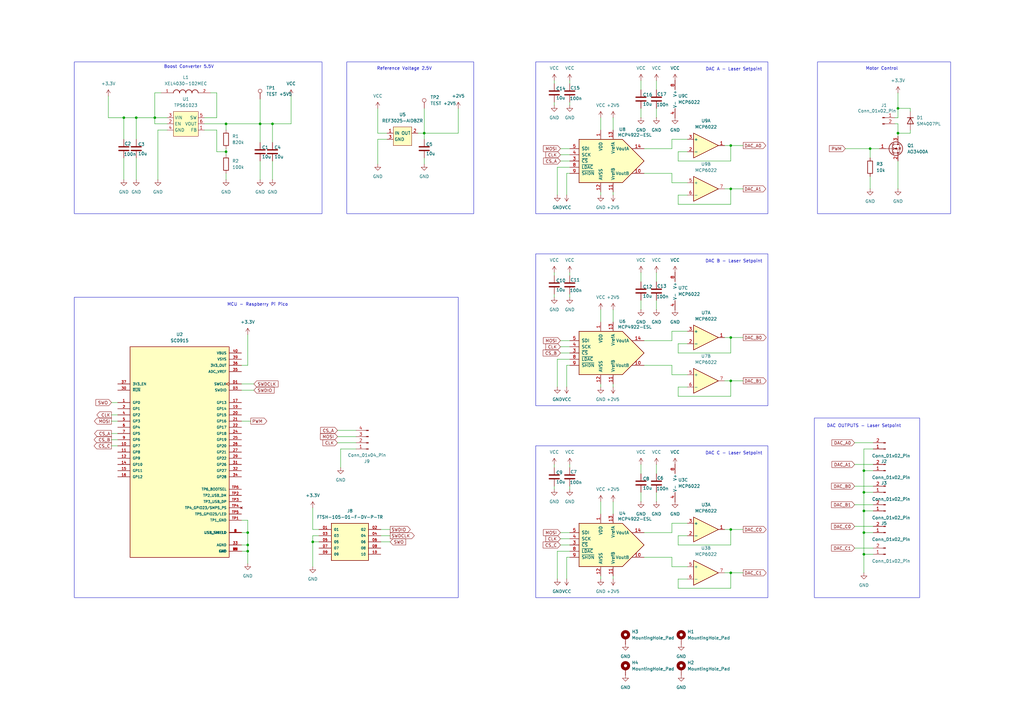
<source format=kicad_sch>
(kicad_sch (version 20231120) (generator "eeschema") (generator_version "8.0")
  (paper "A3")
  (title_block (title "Laser Controller") (company "TU Delft"))
  (junction (at 299.72 217.17))
  (junction (at 50.8 48.26))
  (junction (at 92.71 62.23))
  (junction (at 354.33 201.93))
  (junction (at 173.99 54.61))
  (junction (at 299.72 138.43))
  (junction (at 92.71 50.8))
  (junction (at 128.27 222.25))
  (junction (at 299.72 59.69))
  (junction (at 299.72 156.21))
  (junction (at 299.72 234.95))
  (junction (at 101.6 223.52))
  (junction (at 63.5 48.26))
  (junction (at 55.88 48.26))
  (junction (at 111.76 50.8))
  (junction (at 368.3 54.61))
  (junction (at 368.3 44.45))
  (junction (at 354.33 227.33))
  (junction (at 354.33 218.44))
  (junction (at 299.72 77.47))
  (junction (at 106.68 50.8))
  (junction (at 354.33 193.04))
  (junction (at 354.33 209.55))
  (junction (at 101.6 218.44))
  (junction (at 101.6 226.06))
  (junction (at 356.87 60.96))
  (wire (pts (xy 262.89 44.45) (xy 262.89 48.26)))
  (wire (pts (xy 63.5 38.1) (xy 66.04 38.1)))
  (wire (pts (xy 281.94 80.01) (xy 278.13 80.01)))
  (wire (pts (xy 101.6 223.52) (xy 101.6 226.06)))
  (wire (pts (xy 354.33 184.15) (xy 354.33 193.04)))
  (wire (pts (xy 350.52 215.9) (xy 358.14 215.9)))
  (wire (pts (xy 229.87 223.52) (xy 233.68 223.52)))
  (wire (pts (xy 275.59 60.96) (xy 264.16 60.96)))
  (wire (pts (xy 92.71 71.12) (xy 92.71 73.66)))
  (wire (pts (xy 68.58 53.34) (xy 64.77 53.34)))
  (wire (pts (xy 232.41 149.86) (xy 232.41 158.75)))
  (wire (pts (xy 356.87 60.96) (xy 360.68 60.96)))
  (wire (pts (xy 350.52 190.5) (xy 358.14 190.5)))
  (wire (pts (xy 68.58 50.8) (xy 63.5 50.8)))
  (wire (pts (xy 278.13 162.56) (xy 299.72 162.56)))
  (wire (pts (xy 354.33 201.93) (xy 354.33 209.55)))
  (wire (pts (xy 50.8 48.26) (xy 55.88 48.26)))
  (wire (pts (xy 358.14 209.55) (xy 354.33 209.55)))
  (wire (pts (xy 358.14 184.15) (xy 354.33 184.15)))
  (wire (pts (xy 128.27 208.28) (xy 128.27 217.17)))
  (wire (pts (xy 281.94 140.97) (xy 278.13 140.97)))
  (wire (pts (xy 275.59 149.86) (xy 275.59 153.67)))
  (wire (pts (xy 83.82 48.26) (xy 88.9 48.26)))
  (wire (pts (xy 55.88 64.77) (xy 55.88 73.66)))
  (wire (pts (xy 373.38 53.34) (xy 373.38 54.61)))
  (wire (pts (xy 281.94 214.63) (xy 275.59 214.63)))
  (wire (pts (xy 173.99 54.61) (xy 187.96 54.61)))
  (wire (pts (xy 354.33 193.04) (xy 354.33 201.93)))
  (wire (pts (xy 128.27 219.71) (xy 128.27 222.25)))
  (wire (pts (xy 246.38 48.26) (xy 246.38 53.34)))
  (wire (pts (xy 299.72 59.69) (xy 304.8 59.69)))
  (wire (pts (xy 246.38 157.48) (xy 246.38 158.75)))
  (wire (pts (xy 227.33 199.39) (xy 227.33 200.66)))
  (wire (pts (xy 229.87 63.5) (xy 233.68 63.5)))
  (wire (pts (xy 278.13 223.52) (xy 299.72 223.52)))
  (wire (pts (xy 88.9 53.34) (xy 88.9 62.23)))
  (wire (pts (xy 278.13 219.71) (xy 278.13 223.52)))
  (wire (pts (xy 233.68 120.65) (xy 233.68 121.92)))
  (wire (pts (xy 299.72 77.47) (xy 297.18 77.47)))
  (wire (pts (xy 156.21 222.25) (xy 160.02 222.25)))
  (wire (pts (xy 156.21 219.71) (xy 160.02 219.71)))
  (wire (pts (xy 101.6 218.44) (xy 101.6 223.52)))
  (wire (pts (xy 262.89 33.02) (xy 262.89 36.83)))
  (wire (pts (xy 233.68 226.06) (xy 228.6 226.06)))
  (wire (pts (xy 233.68 190.5) (xy 233.68 191.77)))
  (wire (pts (xy 99.06 160.02) (xy 104.14 160.02)))
  (wire (pts (xy 229.87 66.04) (xy 233.68 66.04)))
  (wire (pts (xy 269.24 111.76) (xy 269.24 115.57)))
  (wire (pts (xy 55.88 48.26) (xy 63.5 48.26)))
  (wire (pts (xy 106.68 66.04) (xy 106.68 73.66)))
  (wire (pts (xy 275.59 218.44) (xy 264.16 218.44)))
  (wire (pts (xy 275.59 214.63) (xy 275.59 218.44)))
  (wire (pts (xy 44.45 48.26) (xy 50.8 48.26)))
  (wire (pts (xy 138.43 181.61) (xy 146.05 181.61)))
  (wire (pts (xy 354.33 209.55) (xy 354.33 218.44)))
  (wire (pts (xy 281.94 237.49) (xy 278.13 237.49)))
  (wire (pts (xy 299.72 77.47) (xy 304.8 77.47)))
  (wire (pts (xy 275.59 153.67) (xy 281.94 153.67)))
  (wire (pts (xy 246.38 78.74) (xy 246.38 80.01)))
  (wire (pts (xy 367.03 50.8) (xy 368.3 50.8)))
  (wire (pts (xy 228.6 147.32) (xy 228.6 158.75)))
  (wire (pts (xy 233.68 147.32) (xy 228.6 147.32)))
  (wire (pts (xy 281.94 219.71) (xy 278.13 219.71)))
  (wire (pts (xy 99.06 172.72) (xy 102.87 172.72)))
  (wire (pts (xy 278.13 66.04) (xy 299.72 66.04)))
  (wire (pts (xy 299.72 217.17) (xy 297.18 217.17)))
  (wire (pts (xy 373.38 54.61) (xy 368.3 54.61)))
  (wire (pts (xy 299.72 144.78) (xy 299.72 138.43)))
  (wire (pts (xy 299.72 234.95) (xy 297.18 234.95)))
  (wire (pts (xy 251.46 236.22) (xy 251.46 237.49)))
  (wire (pts (xy 281.94 135.89) (xy 275.59 135.89)))
  (wire (pts (xy 130.81 219.71) (xy 128.27 219.71)))
  (wire (pts (xy 64.77 53.34) (xy 64.77 73.66)))
  (wire (pts (xy 63.5 48.26) (xy 63.5 38.1)))
  (wire (pts (xy 275.59 228.6) (xy 275.59 232.41)))
  (wire (pts (xy 233.68 111.76) (xy 233.68 113.03)))
  (wire (pts (xy 278.13 237.49) (xy 278.13 241.3)))
  (wire (pts (xy 373.38 45.72) (xy 373.38 44.45)))
  (wire (pts (xy 269.24 190.5) (xy 269.24 194.31)))
  (wire (pts (xy 45.72 182.88) (xy 48.26 182.88)))
  (wire (pts (xy 350.52 199.39) (xy 358.14 199.39)))
  (wire (pts (xy 101.6 213.36) (xy 101.6 218.44)))
  (wire (pts (xy 139.7 184.15) (xy 139.7 191.77)))
  (wire (pts (xy 233.68 71.12) (xy 232.41 71.12)))
  (wire (pts (xy 264.16 228.6) (xy 275.59 228.6)))
  (wire (pts (xy 50.8 57.15) (xy 50.8 48.26)))
  (wire (pts (xy 106.68 50.8) (xy 111.76 50.8)))
  (wire (pts (xy 246.38 205.74) (xy 246.38 210.82)))
  (wire (pts (xy 246.38 127) (xy 246.38 132.08)))
  (wire (pts (xy 130.81 222.25) (xy 128.27 222.25)))
  (wire (pts (xy 233.68 149.86) (xy 232.41 149.86)))
  (wire (pts (xy 154.94 57.15) (xy 154.94 67.31)))
  (wire (pts (xy 299.72 138.43) (xy 297.18 138.43)))
  (wire (pts (xy 262.89 111.76) (xy 262.89 115.57)))
  (wire (pts (xy 299.72 156.21) (xy 304.8 156.21)))
  (wire (pts (xy 229.87 139.7) (xy 233.68 139.7)))
  (wire (pts (xy 111.76 66.04) (xy 111.76 73.66)))
  (wire (pts (xy 106.68 58.42) (xy 106.68 50.8)))
  (wire (pts (xy 278.13 158.75) (xy 278.13 162.56)))
  (wire (pts (xy 227.33 41.91) (xy 227.33 43.18)))
  (wire (pts (xy 173.99 54.61) (xy 173.99 57.15)))
  (wire (pts (xy 232.41 228.6) (xy 232.41 237.49)))
  (wire (pts (xy 173.99 44.45) (xy 173.99 54.61)))
  (wire (pts (xy 83.82 50.8) (xy 92.71 50.8)))
  (wire (pts (xy 350.52 181.61) (xy 358.14 181.61)))
  (wire (pts (xy 251.46 157.48) (xy 251.46 158.75)))
  (wire (pts (xy 299.72 138.43) (xy 304.8 138.43)))
  (wire (pts (xy 228.6 68.58) (xy 228.6 80.01)))
  (wire (pts (xy 354.33 218.44) (xy 354.33 227.33)))
  (wire (pts (xy 63.5 50.8) (xy 63.5 48.26)))
  (wire (pts (xy 262.89 190.5) (xy 262.89 194.31)))
  (wire (pts (xy 88.9 38.1) (xy 86.36 38.1)))
  (wire (pts (xy 358.14 227.33) (xy 354.33 227.33)))
  (wire (pts (xy 111.76 50.8) (xy 111.76 58.42)))
  (wire (pts (xy 299.72 83.82) (xy 299.72 77.47)))
  (wire (pts (xy 264.16 71.12) (xy 275.59 71.12)))
  (wire (pts (xy 368.3 48.26) (xy 368.3 44.45)))
  (wire (pts (xy 88.9 48.26) (xy 88.9 38.1)))
  (wire (pts (xy 251.46 127) (xy 251.46 132.08)))
  (wire (pts (xy 99.06 218.44) (xy 101.6 218.44)))
  (wire (pts (xy 101.6 149.86) (xy 101.6 137.16)))
  (wire (pts (xy 45.72 170.18) (xy 48.26 170.18)))
  (wire (pts (xy 228.6 226.06) (xy 228.6 237.49)))
  (wire (pts (xy 299.72 162.56) (xy 299.72 156.21)))
  (wire (pts (xy 368.3 44.45) (xy 368.3 38.1)))
  (wire (pts (xy 264.16 149.86) (xy 275.59 149.86)))
  (wire (pts (xy 229.87 60.96) (xy 233.68 60.96)))
  (wire (pts (xy 262.89 123.19) (xy 262.89 127)))
  (wire (pts (xy 92.71 53.34) (xy 92.71 50.8)))
  (wire (pts (xy 50.8 64.77) (xy 50.8 73.66)))
  (wire (pts (xy 119.38 39.37) (xy 119.38 50.8)))
  (wire (pts (xy 44.45 39.37) (xy 44.45 48.26)))
  (wire (pts (xy 45.72 177.8) (xy 48.26 177.8)))
  (wire (pts (xy 154.94 44.45) (xy 154.94 54.61)))
  (wire (pts (xy 350.52 224.79) (xy 358.14 224.79)))
  (wire (pts (xy 278.13 144.78) (xy 299.72 144.78)))
  (wire (pts (xy 262.89 201.93) (xy 262.89 205.74)))
  (wire (pts (xy 278.13 83.82) (xy 299.72 83.82)))
  (wire (pts (xy 45.72 165.1) (xy 48.26 165.1)))
  (wire (pts (xy 92.71 62.23) (xy 92.71 63.5)))
  (wire (pts (xy 88.9 62.23) (xy 92.71 62.23)))
  (wire (pts (xy 173.99 64.77) (xy 173.99 67.31)))
  (wire (pts (xy 233.68 68.58) (xy 228.6 68.58)))
  (wire (pts (xy 128.27 222.25) (xy 128.27 232.41)))
  (wire (pts (xy 275.59 74.93) (xy 281.94 74.93)))
  (wire (pts (xy 358.14 193.04) (xy 354.33 193.04)))
  (wire (pts (xy 45.72 180.34) (xy 48.26 180.34)))
  (wire (pts (xy 154.94 54.61) (xy 158.75 54.61)))
  (wire (pts (xy 278.13 80.01) (xy 278.13 83.82)))
  (wire (pts (xy 299.72 59.69) (xy 297.18 59.69)))
  (wire (pts (xy 281.94 62.23) (xy 278.13 62.23)))
  (wire (pts (xy 275.59 135.89) (xy 275.59 139.7)))
  (wire (pts (xy 246.38 236.22) (xy 246.38 237.49)))
  (wire (pts (xy 299.72 241.3) (xy 299.72 234.95)))
  (wire (pts (xy 358.14 218.44) (xy 354.33 218.44)))
  (wire (pts (xy 99.06 226.06) (xy 101.6 226.06)))
  (wire (pts (xy 278.13 140.97) (xy 278.13 144.78)))
  (wire (pts (xy 99.06 149.86) (xy 101.6 149.86)))
  (wire (pts (xy 251.46 205.74) (xy 251.46 210.82)))
  (wire (pts (xy 171.45 54.61) (xy 173.99 54.61)))
  (wire (pts (xy 356.87 64.77) (xy 356.87 60.96)))
  (wire (pts (xy 281.94 158.75) (xy 278.13 158.75)))
  (wire (pts (xy 138.43 176.53) (xy 146.05 176.53)))
  (wire (pts (xy 299.72 217.17) (xy 304.8 217.17)))
  (wire (pts (xy 227.33 120.65) (xy 227.33 121.92)))
  (wire (pts (xy 350.52 207.01) (xy 358.14 207.01)))
  (wire (pts (xy 227.33 33.02) (xy 227.33 34.29)))
  (wire (pts (xy 358.14 201.93) (xy 354.33 201.93)))
  (wire (pts (xy 346.71 60.96) (xy 356.87 60.96)))
  (wire (pts (xy 68.58 48.26) (xy 63.5 48.26)))
  (wire (pts (xy 367.03 48.26) (xy 368.3 48.26)))
  (wire (pts (xy 128.27 217.17) (xy 130.81 217.17)))
  (wire (pts (xy 229.87 218.44) (xy 233.68 218.44)))
  (wire (pts (xy 269.24 123.19) (xy 269.24 127)))
  (wire (pts (xy 187.96 54.61) (xy 187.96 44.45)))
  (wire (pts (xy 281.94 57.15) (xy 275.59 57.15)))
  (wire (pts (xy 99.06 223.52) (xy 101.6 223.52)))
  (wire (pts (xy 229.87 144.78) (xy 233.68 144.78)))
  (wire (pts (xy 275.59 139.7) (xy 264.16 139.7)))
  (wire (pts (xy 99.06 157.48) (xy 104.14 157.48)))
  (wire (pts (xy 233.68 199.39) (xy 233.68 200.66)))
  (wire (pts (xy 106.68 40.64) (xy 106.68 50.8)))
  (wire (pts (xy 158.75 57.15) (xy 154.94 57.15)))
  (wire (pts (xy 83.82 53.34) (xy 88.9 53.34)))
  (wire (pts (xy 354.33 227.33) (xy 354.33 234.95)))
  (wire (pts (xy 55.88 57.15) (xy 55.88 48.26)))
  (wire (pts (xy 269.24 44.45) (xy 269.24 48.26)))
  (wire (pts (xy 368.3 44.45) (xy 373.38 44.45)))
  (wire (pts (xy 278.13 241.3) (xy 299.72 241.3)))
  (wire (pts (xy 92.71 60.96) (xy 92.71 62.23)))
  (wire (pts (xy 45.72 172.72) (xy 48.26 172.72)))
  (wire (pts (xy 269.24 201.93) (xy 269.24 205.74)))
  (wire (pts (xy 269.24 33.02) (xy 269.24 36.83)))
  (wire (pts (xy 275.59 232.41) (xy 281.94 232.41)))
  (wire (pts (xy 356.87 72.39) (xy 356.87 77.47)))
  (wire (pts (xy 227.33 190.5) (xy 227.33 191.77)))
  (wire (pts (xy 156.21 217.17) (xy 160.02 217.17)))
  (wire (pts (xy 299.72 234.95) (xy 304.8 234.95)))
  (wire (pts (xy 299.72 223.52) (xy 299.72 217.17)))
  (wire (pts (xy 368.3 54.61) (xy 368.3 55.88)))
  (wire (pts (xy 227.33 111.76) (xy 227.33 113.03)))
  (wire (pts (xy 146.05 184.15) (xy 139.7 184.15)))
  (wire (pts (xy 368.3 50.8) (xy 368.3 54.61)))
  (wire (pts (xy 101.6 226.06) (xy 101.6 231.14)))
  (wire (pts (xy 106.68 50.8) (xy 92.71 50.8)))
  (wire (pts (xy 229.87 220.98) (xy 233.68 220.98)))
  (wire (pts (xy 99.06 213.36) (xy 101.6 213.36)))
  (wire (pts (xy 233.68 41.91) (xy 233.68 43.18)))
  (wire (pts (xy 251.46 78.74) (xy 251.46 80.01)))
  (wire (pts (xy 119.38 50.8) (xy 111.76 50.8)))
  (wire (pts (xy 368.3 66.04) (xy 368.3 77.47)))
  (wire (pts (xy 229.87 142.24) (xy 233.68 142.24)))
  (wire (pts (xy 251.46 48.26) (xy 251.46 53.34)))
  (wire (pts (xy 138.43 179.07) (xy 146.05 179.07)))
  (wire (pts (xy 275.59 57.15) (xy 275.59 60.96)))
  (wire (pts (xy 233.68 228.6) (xy 232.41 228.6)))
  (wire (pts (xy 299.72 156.21) (xy 297.18 156.21)))
  (wire (pts (xy 233.68 33.02) (xy 233.68 34.29)))
  (wire (pts (xy 278.13 62.23) (xy 278.13 66.04)))
  (wire (pts (xy 232.41 71.12) (xy 232.41 80.01)))
  (wire (pts (xy 299.72 66.04) (xy 299.72 59.69)))
  (wire (pts (xy 275.59 71.12) (xy 275.59 74.93)))
  (rectangle (start 30.48 121.92) (end 187.96 245.11))
  (rectangle (start 219.71 182.88) (end 314.96 245.11))
  (rectangle (start 142.24 25.4) (end 194.31 87.63))
  (rectangle (start 219.71 25.4) (end 314.96 87.63))
  (rectangle (start 334.01 171.45) (end 377.19 245.11))
  (rectangle (start 335.28 25.4) (end 389.89 87.63))
  (rectangle (start 30.48 25.4) (end 132.08 87.63))
  (rectangle (start 219.71 104.14) (end 314.96 166.37))
  (text "Boost Converter 5.5V" (at 77.47 27.432 0) (effects (font (size 1.27 1.27))))
  (text "DAC B - Laser Setpoint" (at 300.99 107.188 0) (effects (font (size 1.27 1.27))))
  (text "Motor Control" (at 361.696 28.194 0) (effects (font (size 1.27 1.27))))
  (text "Reference Voltage 2.5V" (at 165.862 28.194 0) (effects (font (size 1.27 1.27))))
  (text "DAC A - Laser Setpoint" (at 300.99 28.448 0) (effects (font (size 1.27 1.27))))
  (text "DAC C - Laser Setpoint" (at 300.99 185.928 0) (effects (font (size 1.27 1.27))))
  (text "MCU - Raspberry Pi Pico" (at 105.664 124.968 0) (effects (font (size 1.27 1.27))))
  (text "DAC OUTPUTS - Laser Setpoint" (at 354.33 174.752 0) (effects (font (size 1.27 1.27))))
  (global_label "DAC_A1" (shape output) (at 304.8 77.47 0) (property "Intersheetrefs" "${INTERSHEET_REFS}" (effects (hide yes))))
  (global_label "SWO" (shape input) (at 160.02 222.25 0) (property "Intersheetrefs" "${INTERSHEET_REFS}" (effects (hide yes))))
  (global_label "MOSI" (shape input) (at 229.87 218.44 180) (property "Intersheetrefs" "${INTERSHEET_REFS}" (effects (hide yes))))
  (global_label "MOSI" (shape input) (at 138.43 179.07 180) (property "Intersheetrefs" "${INTERSHEET_REFS}" (effects (hide yes))))
  (global_label "DAC_A0" (shape output) (at 304.8 59.69 0) (property "Intersheetrefs" "${INTERSHEET_REFS}" (effects (hide yes))))
  (global_label "SWDIO" (shape input) (at 104.14 160.02 0) (property "Intersheetrefs" "${INTERSHEET_REFS}" (effects (hide yes))))
  (global_label "CS_C" (shape input) (at 229.87 223.52 180) (property "Intersheetrefs" "${INTERSHEET_REFS}" (effects (hide yes))))
  (global_label "CS_A" (shape input) (at 229.87 66.04 180) (property "Intersheetrefs" "${INTERSHEET_REFS}" (effects (hide yes))))
  (global_label "DAC_C1" (shape output) (at 304.8 234.95 0) (property "Intersheetrefs" "${INTERSHEET_REFS}" (effects (hide yes))))
  (global_label "DAC_A0" (shape input) (at 350.52 181.61 180) (property "Intersheetrefs" "${INTERSHEET_REFS}" (effects (hide yes))))
  (global_label "CS_A" (shape output) (at 45.72 177.8 180) (property "Intersheetrefs" "${INTERSHEET_REFS}" (effects (hide yes))))
  (global_label "MOSI" (shape output) (at 45.72 172.72 180) (property "Intersheetrefs" "${INTERSHEET_REFS}" (effects (hide yes))))
  (global_label "CLK" (shape input) (at 229.87 142.24 180) (property "Intersheetrefs" "${INTERSHEET_REFS}" (effects (hide yes))))
  (global_label "MOSI" (shape input) (at 229.87 139.7 180) (property "Intersheetrefs" "${INTERSHEET_REFS}" (effects (hide yes))))
  (global_label "CS_B" (shape output) (at 45.72 180.34 180) (property "Intersheetrefs" "${INTERSHEET_REFS}" (effects (hide yes))))
  (global_label "SWDIO" (shape output) (at 160.02 217.17 0) (property "Intersheetrefs" "${INTERSHEET_REFS}" (effects (hide yes))))
  (global_label "DAC_C0" (shape input) (at 350.52 215.9 180) (property "Intersheetrefs" "${INTERSHEET_REFS}" (effects (hide yes))))
  (global_label "PWM" (shape output) (at 102.87 172.72 0) (property "Intersheetrefs" "${INTERSHEET_REFS}" (effects (hide yes))))
  (global_label "CS_B" (shape input) (at 229.87 144.78 180) (property "Intersheetrefs" "${INTERSHEET_REFS}" (effects (hide yes))))
  (global_label "PWM" (shape input) (at 346.71 60.96 180) (property "Intersheetrefs" "${INTERSHEET_REFS}" (effects (hide yes))))
  (global_label "SWDCLK" (shape input) (at 104.14 157.48 0) (property "Intersheetrefs" "${INTERSHEET_REFS}" (effects (hide yes))))
  (global_label "DAC_C1" (shape input) (at 350.52 224.79 180) (property "Intersheetrefs" "${INTERSHEET_REFS}" (effects (hide yes))))
  (global_label "CLK" (shape input) (at 229.87 220.98 180) (property "Intersheetrefs" "${INTERSHEET_REFS}" (effects (hide yes))))
  (global_label "SWO" (shape input) (at 45.72 165.1 180) (property "Intersheetrefs" "${INTERSHEET_REFS}" (effects (hide yes))))
  (global_label "DAC_B0" (shape input) (at 350.52 199.39 180) (property "Intersheetrefs" "${INTERSHEET_REFS}" (effects (hide yes))))
  (global_label "CLK" (shape input) (at 229.87 63.5 180) (property "Intersheetrefs" "${INTERSHEET_REFS}" (effects (hide yes))))
  (global_label "CS_A" (shape input) (at 138.43 176.53 180) (property "Intersheetrefs" "${INTERSHEET_REFS}" (effects (hide yes))))
  (global_label "DAC_C0" (shape output) (at 304.8 217.17 0) (property "Intersheetrefs" "${INTERSHEET_REFS}" (effects (hide yes))))
  (global_label "CLK" (shape input) (at 138.43 181.61 180) (property "Intersheetrefs" "${INTERSHEET_REFS}" (effects (hide yes))))
  (global_label "DAC_B0" (shape output) (at 304.8 138.43 0) (property "Intersheetrefs" "${INTERSHEET_REFS}" (effects (hide yes))))
  (global_label "SWDCLK" (shape output) (at 160.02 219.71 0) (property "Intersheetrefs" "${INTERSHEET_REFS}" (effects (hide yes))))
  (global_label "CLK" (shape output) (at 45.72 170.18 180) (property "Intersheetrefs" "${INTERSHEET_REFS}" (effects (hide yes))))
  (global_label "DAC_B1" (shape input) (at 350.52 207.01 180) (property "Intersheetrefs" "${INTERSHEET_REFS}" (effects (hide yes))))
  (global_label "CS_C" (shape output) (at 45.72 182.88 180) (property "Intersheetrefs" "${INTERSHEET_REFS}" (effects (hide yes))))
  (global_label "MOSI" (shape input) (at 229.87 60.96 180) (property "Intersheetrefs" "${INTERSHEET_REFS}" (effects (hide yes))))
  (global_label "DAC_A1" (shape input) (at 350.52 190.5 180) (property "Intersheetrefs" "${INTERSHEET_REFS}" (effects (hide yes))))
  (global_label "DAC_B1" (shape output) (at 304.8 156.21 0) (property "Intersheetrefs" "${INTERSHEET_REFS}" (effects (hide yes))))
  (symbol (lib_id "Device:C") (at 233.68 116.84 0) (unit 1)
    (property "Reference" "C11" (at 233.934 114.808 0) (effects (justify left)))
    (property "Value" "100n" (at 233.68 119.126 0) (effects (justify left)))
    (property "Footprint" "Capacitor_SMD:C_0805_2012Metric" (effects (hide yes)))
    (property "Description" "Unpolarized capacitor" (effects (hide yes)))
    (property "LCSC" "C1711" (effects (hide yes)))
  )
  (symbol (lib_id "power:GND") (at 269.24 48.26 0) (unit 1)
    (property "Reference" "#PWR060" (effects (hide yes)))
    (property "Value" "GND" (at 269.24 53.34 0))
    (property "Description" "Power symbol creates a global label with name \"GND\" , ground" (effects (hide yes)))
  )
  (symbol (lib_id "FTSH-105-01-F-DV-P-TR:FTSH-105-01-F-DV-P-TR") (at 143.51 222.25 0) (unit 1)
    (property "Reference" "J8" (at 143.51 209.55 0))
    (property "Value" "FTSH-105-01-F-DV-P-TR" (at 143.51 212.09 0))
    (property "Footprint" "parts:SAMTEC_FTSH-105-01-F-DV-P-TR" (effects (hide yes)))
    (property "MF" "Samtec" (effects (hide yes)))
    (property "Description_1" "\n                        \n                            Connector Header Surface Mount 10 position 0.050 (1.27mm)\n                        \n" (effects (hide yes)))
    (property "Package" "None" (effects (hide yes)))
    (property "Price" "None" (effects (hide yes)))
    (property "Check_prices" "https://www.snapeda.com/parts/FTSH-105-01-F-DV-K/Samtec+Inc./view-part/?ref=eda" (effects (hide yes)))
    (property "STANDARD" "Manufacturer Recommendations" (effects (hide yes)))
    (property "PARTREV" "R" (effects (hide yes)))
    (property "SnapEDA_Link" "https://www.snapeda.com/parts/FTSH-105-01-F-DV-K/Samtec+Inc./view-part/?ref=snap" (effects (hide yes)))
    (property "MP" "FTSH-105-01-F-DV-K" (effects (hide yes)))
    (property "Availability" "In Stock" (effects (hide yes)))
    (property "MANUFACTURER" "Samtec" (effects (hide yes)))
    (property "LCSC" "C5136979" (effects (hide yes)))
  )
  (symbol (lib_id "power:+3.3V") (at 44.45 39.37 0) (unit 1)
    (property "Reference" "#PWR08" (effects (hide yes)))
    (property "Value" "+3.3V" (at 44.45 34.29 0))
    (property "Description" "Power symbol creates a global label with name \"+3.3V\"" (effects (hide yes)))
  )
  (symbol (lib_id "XEL4030-102MEC:XEL4030-102MEC") (at 76.2 38.1 0) (unit 1)
    (property "Reference" "L1" (at 76.2 31.75 0))
    (property "Value" "XEL4030-102MEC" (at 76.2 34.29 0))
    (property "Footprint" "parts:IND_XEL4030-102MEC" (effects (hide yes)))
    (property "MF" "Coilcraft" (effects (hide yes)))
    (property "MAXIMUM_PACKAGE_HEIGHT" "3.1mm" (effects (hide yes)))
    (property "Package" "None" (effects (hide yes)))
    (property "Price" "None" (effects (hide yes)))
    (property "Check_prices" "https://www.snapeda.com/parts/XEL4030-102MEC/Coilcraft/view-part/?ref=eda" (effects (hide yes)))
    (property "STANDARD" "Manufacturer Recommendations" (effects (hide yes)))
    (property "PARTREV" "05/10/24" (effects (hide yes)))
    (property "SnapEDA_Link" "https://www.snapeda.com/parts/XEL4030-102MEC/Coilcraft/view-part/?ref=snap" (effects (hide yes)))
    (property "MP" "XEL4030-102MEC" (effects (hide yes)))
    (property "Description_1" "\n                        \n                            1 uH Shielded Molded Inductor  10.7 A 9.78mOhm Max 1616 (4040 Metric)\n                        \n" (effects (hide yes)))
    (property "Availability" "In Stock" (effects (hide yes)))
    (property "MANUFACTURER" "Coilcraft" (effects (hide yes)))
    (property "LCSC" "C5441341" (effects (hide yes)))
  )
  (symbol (lib_id "power:GND") (at 50.8 73.66 0) (unit 1)
    (property "Reference" "#PWR05" (effects (hide yes)))
    (property "Value" "GND" (at 50.8 78.74 0))
    (property "Description" "Power symbol creates a global label with name \"GND\" , ground" (effects (hide yes)))
  )
  (symbol (lib_id "power:GND") (at 246.38 158.75 0) (unit 1)
    (property "Reference" "#PWR038" (effects (hide yes)))
    (property "Value" "GND" (at 246.38 163.83 0))
    (property "Description" "Power symbol creates a global label with name \"GND\" , ground" (effects (hide yes)))
  )
  (symbol (lib_id "power:GND") (at 92.71 73.66 0) (unit 1)
    (property "Reference" "#PWR01" (effects (hide yes)))
    (property "Value" "GND" (at 92.71 78.74 0))
    (property "Description" "Power symbol creates a global label with name \"GND\" , ground" (effects (hide yes)))
  )
  (symbol (lib_id "Connector:Conn_01x02_Pin") (at 363.22 201.93 180) (unit 1)
    (property "Reference" "J4" (effects (hide yes)))
    (property "Value" "Conn_01x02_Pin" (at 365.506 204.724 0))
    (property "Footprint" "Connector_PinHeader_2.54mm:PinHeader_1x02_P2.54mm_Horizontal" (effects (hide yes)))
    (property "Description" "Generic connector, single row, 01x02, script generated" (effects (hide yes)))
  )
  (symbol (lib_id "Device:C") (at 106.68 62.23 0) (unit 1)
    (property "Reference" "C1" (at 107.442 60.452 0) (effects (justify left)))
    (property "Value" "10u" (at 107.442 64.262 0) (effects (justify left)))
    (property "Footprint" "Capacitor_SMD:C_0805_2012Metric" (effects (hide yes)))
    (property "Description" "Unpolarized capacitor" (effects (hide yes)))
    (property "LCSC" "C1713" (effects (hide yes)))
  )
  (symbol (lib_id "SC0915:SC0915") (at 73.66 185.42 0) (unit 1)
    (property "Reference" "U2" (at 73.66 137.16 0))
    (property "Value" "SC0915" (at 73.66 139.7 0))
    (property "Footprint" "parts:MODULE_SC0915" (effects (hide yes)))
    (property "MF" "Raspberry Pi" (effects (hide yes)))
    (property "Description_1" "\n                        \n                            Raspberry Pi Pico Embedded Dev Module | Raspberry Pi SC0915\n                        \n" (effects (hide yes)))
    (property "Package" "None" (effects (hide yes)))
    (property "Price" "None" (effects (hide yes)))
    (property "Check_prices" "https://www.snapeda.com/parts/SC0915/Raspberry+Pi/view-part/?ref=eda" (effects (hide yes)))
    (property "STANDARD" "Manufacturer Recommendations" (effects (hide yes)))
    (property "PARTREV" "1.9" (effects (hide yes)))
    (property "SnapEDA_Link" "https://www.snapeda.com/parts/SC0915/Raspberry+Pi/view-part/?ref=snap" (effects (hide yes)))
    (property "MP" "SC0915" (effects (hide yes)))
    (property "MANUFACTURER" "Pi Supply" (effects (hide yes)))
    (property "Availability" "In Stock" (effects (hide yes)))
    (property "SNAPEDA_PN" "SC0915" (effects (hide yes)))
  )
  (symbol (lib_id "power:GND") (at 101.6 231.14 0) (unit 1)
    (property "Reference" "#PWR014" (effects (hide yes)))
    (property "Value" "GND" (at 101.6 236.22 0))
    (property "Description" "Power symbol creates a global label with name \"GND\" , ground" (effects (hide yes)))
  )
  (symbol (lib_id "power:GND") (at 106.68 73.66 0) (unit 1)
    (property "Reference" "#PWR02" (effects (hide yes)))
    (property "Value" "GND" (at 106.68 78.74 0))
    (property "Description" "Power symbol creates a global label with name \"GND\" , ground" (effects (hide yes)))
  )
  (symbol (lib_id "power:+2V5") (at 251.46 205.74 0) (unit 1)
    (property "Reference" "#PWR020" (effects (hide yes)))
    (property "Value" "+2V5" (at 251.46 200.66 0))
    (property "Description" "Power symbol creates a global label with name \"+2V5\"" (effects (hide yes)))
  )
  (symbol (lib_id "Device:C") (at 269.24 40.64 0) (unit 1)
    (property "Reference" "C17" (at 269.494 38.608 0) (effects (justify left)))
    (property "Value" "100n" (at 269.24 42.926 0) (effects (justify left)))
    (property "Footprint" "Capacitor_SMD:C_0805_2012Metric" (effects (hide yes)))
    (property "Description" "Unpolarized capacitor" (effects (hide yes)))
    (property "LCSC" "C1711" (effects (hide yes)))
  )
  (symbol (lib_id "power:VCC") (at 227.33 111.76 0) (unit 1)
    (property "Reference" "#PWR031" (effects (hide yes)))
    (property "Value" "VCC" (at 227.33 106.68 0))
    (property "Description" "Power symbol creates a global label with name \"VCC\"" (effects (hide yes)))
  )
  (symbol (lib_id "power:GND") (at 233.68 200.66 0) (unit 1)
    (property "Reference" "#PWR024" (effects (hide yes)))
    (property "Value" "GND" (at 233.68 205.74 0))
    (property "Description" "Power symbol creates a global label with name \"GND\" , ground" (effects (hide yes)))
  )
  (symbol (lib_id "Connector:Conn_01x02_Pin") (at 363.22 227.33 180) (unit 1)
    (property "Reference" "J7" (effects (hide yes)))
    (property "Value" "Conn_01x02_Pin" (at 365.506 230.124 0))
    (property "Footprint" "Connector_PinHeader_2.54mm:PinHeader_1x02_P2.54mm_Horizontal" (effects (hide yes)))
    (property "Description" "Generic connector, single row, 01x02, script generated" (effects (hide yes)))
  )
  (symbol (lib_id "Amplifier_Operational:MCP6022") (at 279.4 198.12 0) (unit 3)
    (property "Reference" "U3" (at 278.13 196.8499 0) (effects (justify left)))
    (property "Value" "MCP6022" (at 278.13 199.3899 0) (effects (justify left)))
    (property "Footprint" "parts:SOIC-8-SN" (effects (hide yes)))
    (property "Datasheet" "http://ww1.microchip.com/downloads/en/devicedoc/20001685e.pdf" (effects (hide yes)))
    (property "Description" "Dual Operational Amplifiers, Rail-to-Rail Input/Output, DIP-8/SOIC-8/TSSOP-8" (effects (hide yes)))
    (property "LCSC" "C57639" (effects (hide yes)))
  )
  (symbol (lib_id "power:GND") (at 279.4 264.16 0) (unit 1)
    (property "Reference" "#PWR072" (effects (hide yes)))
    (property "Value" "GND" (at 279.4 269.24 0))
    (property "Description" "Power symbol creates a global label with name \"GND\" , ground" (effects (hide yes)))
  )
  (symbol (lib_id "power:+3.3V") (at 368.3 38.1 0) (unit 1)
    (property "Reference" "#PWR065" (effects (hide yes)))
    (property "Value" "+3.3V" (at 368.3 33.02 0))
    (property "Description" "Power symbol creates a global label with name \"+3.3V\"" (effects (hide yes)))
  )
  (symbol (lib_id "power:GND") (at 356.87 77.47 0) (unit 1)
    (property "Reference" "#PWR064" (effects (hide yes)))
    (property "Value" "GND" (at 356.87 82.55 0))
    (property "Description" "Power symbol creates a global label with name \"GND\" , ground" (effects (hide yes)))
  )
  (symbol (lib_id "power:VCC") (at 246.38 48.26 0) (unit 1)
    (property "Reference" "#PWR053" (effects (hide yes)))
    (property "Value" "VCC" (at 246.38 43.18 0))
    (property "Description" "Power symbol creates a global label with name \"VCC\"" (effects (hide yes)))
  )
  (symbol (lib_id "power:VCC") (at 269.24 111.76 0) (unit 1)
    (property "Reference" "#PWR043" (effects (hide yes)))
    (property "Value" "VCC" (at 269.24 106.68 0))
    (property "Description" "Power symbol creates a global label with name \"VCC\"" (effects (hide yes)))
  )
  (symbol (lib_id "power:VCC") (at 232.41 158.75 180) (unit 1)
    (property "Reference" "#PWR034" (effects (hide yes)))
    (property "Value" "VCC" (at 232.41 163.83 0))
    (property "Description" "Power symbol creates a global label with name \"VCC\"" (effects (hide yes)))
  )
  (symbol (lib_id "power:GND") (at 368.3 77.47 0) (unit 1)
    (property "Reference" "#PWR063" (effects (hide yes)))
    (property "Value" "GND" (at 368.3 82.55 0))
    (property "Description" "Power symbol creates a global label with name \"GND\" , ground" (effects (hide yes)))
  )
  (symbol (lib_id "power:VCC") (at 233.68 190.5 0) (unit 1)
    (property "Reference" "#PWR023" (effects (hide yes)))
    (property "Value" "VCC" (at 233.68 185.42 0))
    (property "Description" "Power symbol creates a global label with name \"VCC\"" (effects (hide yes)))
  )
  (symbol (lib_id "power:VCC") (at 119.38 39.37 0) (unit 1)
    (property "Reference" "#PWR09" (effects (hide yes)))
    (property "Value" "VCC" (at 119.38 34.29 0))
    (property "Description" "Power symbol creates a global label with name \"VCC\"" (effects (hide yes)))
  )
  (symbol (lib_id "Device:C") (at 262.89 198.12 0) (unit 1)
    (property "Reference" "C8" (at 263.652 196.342 0) (effects (justify left)))
    (property "Value" "10u" (at 263.652 200.152 0) (effects (justify left)))
    (property "Footprint" "Capacitor_SMD:C_0805_2012Metric" (effects (hide yes)))
    (property "Description" "Unpolarized capacitor" (effects (hide yes)))
    (property "LCSC" "C1713" (effects (hide yes)))
  )
  (symbol (lib_id "Amplifier_Operational:MCP6022") (at 289.56 234.95 0) (unit 2)
    (property "Reference" "U3" (at 289.56 224.79 0))
    (property "Value" "MCP6022" (at 289.56 227.33 0))
    (property "Footprint" "parts:SOIC-8-SN" (effects (hide yes)))
    (property "Datasheet" "http://ww1.microchip.com/downloads/en/devicedoc/20001685e.pdf" (effects (hide yes)))
    (property "Description" "Dual Operational Amplifiers, Rail-to-Rail Input/Output, DIP-8/SOIC-8/TSSOP-8" (effects (hide yes)))
    (property "LCSC" "C57639" (effects (hide yes)))
  )
  (symbol (lib_id "Connector:TestPoint") (at 106.68 40.64 0) (unit 1)
    (property "Reference" "TP1" (at 109.22 36.0679 0) (effects (justify left)))
    (property "Value" "TEST +5V5" (at 109.22 38.6079 0) (effects (justify left)))
    (property "Footprint" "TestPoint:TestPoint_Pad_D2.0mm" (effects (hide yes)))
    (property "Description" "test point" (effects (hide yes)))
  )
  (symbol (lib_id "power:GND") (at 269.24 127 0) (unit 1)
    (property "Reference" "#PWR044" (effects (hide yes)))
    (property "Value" "GND" (at 269.24 132.08 0))
    (property "Description" "Power symbol creates a global label with name \"GND\" , ground" (effects (hide yes)))
  )
  (symbol (lib_id "Amplifier_Operational:MCP6022") (at 279.4 40.64 0) (unit 3)
    (property "Reference" "U9" (at 278.13 39.3699 0) (effects (justify left)))
    (property "Value" "MCP6022" (at 278.13 41.9099 0) (effects (justify left)))
    (property "Footprint" "parts:SOIC-8-SN" (effects (hide yes)))
    (property "Datasheet" "http://ww1.microchip.com/downloads/en/devicedoc/20001685e.pdf" (effects (hide yes)))
    (property "Description" "Dual Operational Amplifiers, Rail-to-Rail Input/Output, DIP-8/SOIC-8/TSSOP-8" (effects (hide yes)))
    (property "LCSC" "C57639" (effects (hide yes)))
  )
  (symbol (lib_id "power:GND") (at 246.38 237.49 0) (unit 1)
    (property "Reference" "#PWR022" (effects (hide yes)))
    (property "Value" "GND" (at 246.38 242.57 0))
    (property "Description" "Power symbol creates a global label with name \"GND\" , ground" (effects (hide yes)))
  )
  (symbol (lib_id "power:GND") (at 228.6 158.75 0) (unit 1)
    (property "Reference" "#PWR033" (effects (hide yes)))
    (property "Value" "GND" (at 228.6 163.83 0))
    (property "Description" "Power symbol creates a global label with name \"GND\" , ground" (effects (hide yes)))
  )
  (symbol (lib_id "Connector:Conn_01x02_Pin") (at 361.95 48.26 0) (unit 1)
    (property "Reference" "J1" (at 362.585 43.18 0))
    (property "Value" "Conn_01x02_Pin" (at 359.664 45.466 0))
    (property "Footprint" "Connector_PinHeader_2.54mm:PinHeader_1x02_P2.54mm_Horizontal" (effects (hide yes)))
    (property "Description" "Generic connector, single row, 01x02, script generated" (effects (hide yes)))
  )
  (symbol (lib_id "power:GND") (at 262.89 48.26 0) (unit 1)
    (property "Reference" "#PWR058" (effects (hide yes)))
    (property "Value" "GND" (at 262.89 53.34 0))
    (property "Description" "Power symbol creates a global label with name \"GND\" , ground" (effects (hide yes)))
  )
  (symbol (lib_id "Analog_DAC:MCP4922-ESL") (at 248.92 223.52 0) (unit 1)
    (property "Reference" "U4" (at 255.27 210.566 0))
    (property "Value" "MCP4922-ESL" (at 260.35 212.852 0))
    (property "Footprint" "Package_SO:SOIC-14_3.9x8.7mm_P1.27mm" (effects (hide yes)))
    (property "Datasheet" "http://ww1.microchip.com/downloads/en/devicedoc/21897a.pdf" (effects (hide yes)))
    (property "Description" "Dual 12-bit Digital to Analog Converter, SPI Interface, SOIC-14" (effects (hide yes)))
    (property "LCSC" "C39851" (effects (hide yes)))
  )
  (symbol (lib_id "Amplifier_Operational:MCP6022") (at 279.4 119.38 0) (unit 3)
    (property "Reference" "U7" (at 278.13 118.1099 0) (effects (justify left)))
    (property "Value" "MCP6022" (at 278.13 120.6499 0) (effects (justify left)))
    (property "Footprint" "parts:SOIC-8-SN" (effects (hide yes)))
    (property "Datasheet" "http://ww1.microchip.com/downloads/en/devicedoc/20001685e.pdf" (effects (hide yes)))
    (property "Description" "Dual Operational Amplifiers, Rail-to-Rail Input/Output, DIP-8/SOIC-8/TSSOP-8" (effects (hide yes)))
    (property "LCSC" "C57639" (effects (hide yes)))
  )
  (symbol (lib_id "power:GND") (at 354.33 234.95 0) (unit 1)
    (property "Reference" "#PWR066" (effects (hide yes)))
    (property "Value" "GND" (at 354.33 240.03 0))
    (property "Description" "Power symbol creates a global label with name \"GND\" , ground" (effects (hide yes)))
  )
  (symbol (lib_id "Connector:Conn_01x02_Pin") (at 363.22 218.44 180) (unit 1)
    (property "Reference" "J6" (effects (hide yes)))
    (property "Value" "Conn_01x02_Pin" (at 365.506 221.234 0))
    (property "Footprint" "Connector_PinHeader_2.54mm:PinHeader_1x02_P2.54mm_Horizontal" (effects (hide yes)))
    (property "Description" "Generic connector, single row, 01x02, script generated" (effects (hide yes)))
  )
  (symbol (lib_id "power:+3.3V") (at 128.27 208.28 0) (unit 1)
    (property "Reference" "#PWR068" (effects (hide yes)))
    (property "Value" "+3.3V" (at 128.27 203.2 0))
    (property "Description" "Power symbol creates a global label with name \"+3.3V\"" (effects (hide yes)))
  )
  (symbol (lib_id "Device:D") (at 373.38 49.53 270) (unit 1)
    (property "Reference" "D1" (at 375.92 48.2599 90) (effects (justify left)))
    (property "Value" "SM4007PL" (at 375.92 50.7999 90) (effects (justify left)))
    (property "Footprint" "Diode_SMD:D_SOD-123" (effects (hide yes)))
    (property "Description" "Diode" (effects (hide yes)))
    (property "Sim.Device" "D" (effects (hide yes)))
    (property "Sim.Pins" "1=K 2=A" (effects (hide yes)))
    (property "LCSC" "C64898" (effects (hide yes)))
  )
  (symbol (lib_id "power:VCC") (at 269.24 190.5 0) (unit 1)
    (property "Reference" "#PWR017" (effects (hide yes)))
    (property "Value" "VCC" (at 269.24 185.42 0))
    (property "Description" "Power symbol creates a global label with name \"VCC\"" (effects (hide yes)))
  )
  (symbol (lib_id "power:VCC") (at 262.89 190.5 0) (unit 1)
    (property "Reference" "#PWR025" (effects (hide yes)))
    (property "Value" "VCC" (at 262.89 185.42 0))
    (property "Description" "Power symbol creates a global label with name \"VCC\"" (effects (hide yes)))
  )
  (symbol (lib_id "Amplifier_Operational:MCP6022") (at 289.56 156.21 0) (unit 2)
    (property "Reference" "U7" (at 289.56 146.05 0))
    (property "Value" "MCP6022" (at 289.56 148.59 0))
    (property "Footprint" "parts:SOIC-8-SN" (effects (hide yes)))
    (property "Datasheet" "http://ww1.microchip.com/downloads/en/devicedoc/20001685e.pdf" (effects (hide yes)))
    (property "Description" "Dual Operational Amplifiers, Rail-to-Rail Input/Output, DIP-8/SOIC-8/TSSOP-8" (effects (hide yes)))
    (property "LCSC" "C57639" (effects (hide yes)))
  )
  (symbol (lib_id "Connector:Conn_01x02_Pin") (at 363.22 193.04 180) (unit 1)
    (property "Reference" "J3" (at 362.585 198.12 0))
    (property "Value" "Conn_01x02_Pin" (at 365.506 195.834 0))
    (property "Footprint" "Connector_PinHeader_2.54mm:PinHeader_1x02_P2.54mm_Horizontal" (effects (hide yes)))
    (property "Description" "Generic connector, single row, 01x02, script generated" (effects (hide yes)))
  )
  (symbol (lib_id "power:VCC") (at 246.38 205.74 0) (unit 1)
    (property "Reference" "#PWR019" (effects (hide yes)))
    (property "Value" "VCC" (at 246.38 200.66 0))
    (property "Description" "Power symbol creates a global label with name \"VCC\"" (effects (hide yes)))
  )
  (symbol (lib_id "Transistor_FET:AO3400A") (at 365.76 60.96 0) (unit 1)
    (property "Reference" "Q1" (at 372.11 59.6899 0) (effects (justify left)))
    (property "Value" "AO3400A" (at 372.11 62.2299 0) (effects (justify left)))
    (property "Footprint" "Package_TO_SOT_SMD:SOT-23" (effects (hide yes)))
    (property "Datasheet" "http://www.aosmd.com/pdfs/datasheet/AO3400A.pdf" (effects (hide yes)))
    (property "Description" "30V Vds, 5.7A Id, N-Channel MOSFET, SOT-23" (effects (hide yes)))
    (property "LCSC" "C20917" (effects (hide yes)))
  )
  (symbol (lib_id "power:VCC") (at 276.86 190.5 0) (unit 1)
    (property "Reference" "#PWR016" (effects (hide yes)))
    (property "Value" "VCC" (at 276.86 185.42 0))
    (property "Description" "Power symbol creates a global label with name \"VCC\"" (effects (hide yes)))
  )
  (symbol (lib_id "power:VCC") (at 262.89 33.02 0) (unit 1)
    (property "Reference" "#PWR057" (effects (hide yes)))
    (property "Value" "VCC" (at 262.89 27.94 0))
    (property "Description" "Power symbol creates a global label with name \"VCC\"" (effects (hide yes)))
  )
  (symbol (lib_id "power:GND") (at 55.88 73.66 0) (unit 1)
    (property "Reference" "#PWR04" (effects (hide yes)))
    (property "Value" "GND" (at 55.88 78.74 0))
    (property "Description" "Power symbol creates a global label with name \"GND\" , ground" (effects (hide yes)))
  )
  (symbol (lib_id "Connector:TestPoint") (at 173.99 44.45 0) (unit 1)
    (property "Reference" "TP2" (at 176.53 39.8779 0) (effects (justify left)))
    (property "Value" "TEST +2V5" (at 176.53 42.4179 0) (effects (justify left)))
    (property "Footprint" "TestPoint:TestPoint_Pad_D2.0mm" (effects (hide yes)))
    (property "Description" "test point" (effects (hide yes)))
  )
  (symbol (lib_id "Mechanical:MountingHole_Pad") (at 256.54 261.62 0) (unit 1) (exclude_from_sim yes) (in_bom no)
    (property "Reference" "H3" (at 259.08 259.0799 0) (effects (justify left)))
    (property "Value" "MountingHole_Pad" (at 259.08 261.6199 0) (effects (justify left)))
    (property "Footprint" "MountingHole:MountingHole_3.2mm_M3_Pad" (effects (hide yes)))
    (property "Description" "Mounting Hole with connection" (effects (hide yes)))
  )
  (symbol (lib_id "power:GND") (at 256.54 276.86 0) (unit 1)
    (property "Reference" "#PWR071" (effects (hide yes)))
    (property "Value" "GND" (at 256.54 281.94 0))
    (property "Description" "Power symbol creates a global label with name \"GND\" , ground" (effects (hide yes)))
  )
  (symbol (lib_id "power:VCC") (at 154.94 44.45 0) (unit 1)
    (property "Reference" "#PWR011" (effects (hide yes)))
    (property "Value" "VCC" (at 154.94 39.37 0))
    (property "Description" "Power symbol creates a global label with name \"VCC\"" (effects (hide yes)))
  )
  (symbol (lib_id "Analog_DAC:MCP4922-ESL") (at 248.92 144.78 0) (unit 1)
    (property "Reference" "U6" (at 255.27 131.826 0))
    (property "Value" "MCP4922-ESL" (at 260.35 134.112 0))
    (property "Footprint" "Package_SO:SOIC-14_3.9x8.7mm_P1.27mm" (effects (hide yes)))
    (property "Datasheet" "http://ww1.microchip.com/downloads/en/devicedoc/21897a.pdf" (effects (hide yes)))
    (property "Description" "Dual 12-bit Digital to Analog Converter, SPI Interface, SOIC-14" (effects (hide yes)))
    (property "LCSC" "C39851" (effects (hide yes)))
  )
  (symbol (lib_id "Connector:Conn_01x02_Pin") (at 363.22 209.55 180) (unit 1)
    (property "Reference" "J5" (at 362.585 214.63 0))
    (property "Value" "Conn_01x02_Pin" (at 365.506 212.344 0))
    (property "Footprint" "Connector_PinHeader_2.54mm:PinHeader_1x02_P2.54mm_Horizontal" (effects (hide yes)))
    (property "Description" "Generic connector, single row, 01x02, script generated" (effects (hide yes)))
  )
  (symbol (lib_id "power:VCC") (at 232.41 80.01 180) (unit 1)
    (property "Reference" "#PWR050" (effects (hide yes)))
    (property "Value" "VCC" (at 232.41 85.09 0))
    (property "Description" "Power symbol creates a global label with name \"VCC\"" (effects (hide yes)))
  )
  (symbol (lib_id "Device:C") (at 50.8 60.96 0) (unit 1)
    (property "Reference" "C2" (at 51.054 58.928 0) (effects (justify left)))
    (property "Value" "100n" (at 50.8 63.246 0) (effects (justify left)))
    (property "Footprint" "Capacitor_SMD:C_0805_2012Metric" (effects (hide yes)))
    (property "Description" "Unpolarized capacitor" (effects (hide yes)))
    (property "LCSC" "C1711" (effects (hide yes)))
  )
  (symbol (lib_id "power:VCC") (at 246.38 127 0) (unit 1)
    (property "Reference" "#PWR037" (effects (hide yes)))
    (property "Value" "VCC" (at 246.38 121.92 0))
    (property "Description" "Power symbol creates a global label with name \"VCC\"" (effects (hide yes)))
  )
  (symbol (lib_id "power:VCC") (at 232.41 237.49 180) (unit 1)
    (property "Reference" "#PWR030" (effects (hide yes)))
    (property "Value" "VCC" (at 232.41 242.57 0))
    (property "Description" "Power symbol creates a global label with name \"VCC\"" (effects (hide yes)))
  )
  (symbol (lib_id "power:GND") (at 233.68 121.92 0) (unit 1)
    (property "Reference" "#PWR036" (effects (hide yes)))
    (property "Value" "GND" (at 233.68 127 0))
    (property "Description" "Power symbol creates a global label with name \"GND\" , ground" (effects (hide yes)))
  )
  (symbol (lib_id "power:GND") (at 128.27 232.41 0) (unit 1)
    (property "Reference" "#PWR067" (effects (hide yes)))
    (property "Value" "GND" (at 128.27 237.49 0))
    (property "Description" "Power symbol creates a global label with name \"GND\" , ground" (effects (hide yes)))
  )
  (symbol (lib_id "power:VCC") (at 276.86 33.02 0) (unit 1)
    (property "Reference" "#PWR061" (effects (hide yes)))
    (property "Value" "VCC" (at 276.86 27.94 0))
    (property "Description" "Power symbol creates a global label with name \"VCC\"" (effects (hide yes)))
  )
  (symbol (lib_id "power:GND") (at 233.68 43.18 0) (unit 1)
    (property "Reference" "#PWR052" (effects (hide yes)))
    (property "Value" "GND" (at 233.68 48.26 0))
    (property "Description" "Power symbol creates a global label with name \"GND\" , ground" (effects (hide yes)))
  )
  (symbol (lib_id "Device:C") (at 111.76 62.23 0) (unit 1)
    (property "Reference" "C4" (at 112.522 60.452 0) (effects (justify left)))
    (property "Value" "10u" (at 112.522 64.262 0) (effects (justify left)))
    (property "Footprint" "Capacitor_SMD:C_0805_2012Metric" (effects (hide yes)))
    (property "Description" "Unpolarized capacitor" (effects (hide yes)))
    (property "LCSC" "C1713" (effects (hide yes)))
  )
  (symbol (lib_id "power:VCC") (at 227.33 33.02 0) (unit 1)
    (property "Reference" "#PWR047" (effects (hide yes)))
    (property "Value" "VCC" (at 227.33 27.94 0))
    (property "Description" "Power symbol creates a global label with name \"VCC\"" (effects (hide yes)))
  )
  (symbol (lib_id "Mechanical:MountingHole_Pad") (at 279.4 261.62 0) (unit 1) (exclude_from_sim yes) (in_bom no)
    (property "Reference" "H1" (at 281.94 259.0799 0) (effects (justify left)))
    (property "Value" "MountingHole_Pad" (at 281.94 261.6199 0) (effects (justify left)))
    (property "Footprint" "MountingHole:MountingHole_3.2mm_M3_Pad" (effects (hide yes)))
    (property "Description" "Mounting Hole with connection" (effects (hide yes)))
  )
  (symbol (lib_id "power:GND") (at 227.33 121.92 0) (unit 1)
    (property "Reference" "#PWR032" (effects (hide yes)))
    (property "Value" "GND" (at 227.33 127 0))
    (property "Description" "Power symbol creates a global label with name \"GND\" , ground" (effects (hide yes)))
  )
  (symbol (lib_id "power:GND") (at 64.77 73.66 0) (unit 1)
    (property "Reference" "#PWR06" (effects (hide yes)))
    (property "Value" "GND" (at 64.77 78.74 0))
    (property "Description" "Power symbol creates a global label with name \"GND\" , ground" (effects (hide yes)))
  )
  (symbol (lib_id "Amplifier_Operational:MCP6022") (at 289.56 217.17 0) (unit 1)
    (property "Reference" "U3" (at 289.56 207.01 0))
    (property "Value" "MCP6022" (at 289.56 209.55 0))
    (property "Footprint" "parts:SOIC-8-SN" (effects (hide yes)))
    (property "Datasheet" "http://ww1.microchip.com/downloads/en/devicedoc/20001685e.pdf" (effects (hide yes)))
    (property "Description" "Dual Operational Amplifiers, Rail-to-Rail Input/Output, DIP-8/SOIC-8/TSSOP-8" (effects (hide yes)))
    (property "LCSC" "C57639" (effects (hide yes)))
  )
  (symbol (lib_id "Device:C") (at 173.99 60.96 0) (unit 1)
    (property "Reference" "C5" (at 174.752 59.182 0) (effects (justify left)))
    (property "Value" "10u" (at 174.752 62.992 0) (effects (justify left)))
    (property "Footprint" "Capacitor_SMD:C_0805_2012Metric" (effects (hide yes)))
    (property "Description" "Unpolarized capacitor" (effects (hide yes)))
    (property "LCSC" "C1713" (effects (hide yes)))
  )
  (symbol (lib_id "power:VCC") (at 276.86 111.76 0) (unit 1)
    (property "Reference" "#PWR045" (effects (hide yes)))
    (property "Value" "VCC" (at 276.86 106.68 0))
    (property "Description" "Power symbol creates a global label with name \"VCC\"" (effects (hide yes)))
  )
  (symbol (lib_id "power:GND") (at 276.86 205.74 0) (unit 1)
    (property "Reference" "#PWR015" (effects (hide yes)))
    (property "Value" "GND" (at 276.86 210.82 0))
    (property "Description" "Power symbol creates a global label with name \"GND\" , ground" (effects (hide yes)))
  )
  (symbol (lib_id "power:GND") (at 279.4 276.86 0) (unit 1)
    (property "Reference" "#PWR073" (effects (hide yes)))
    (property "Value" "GND" (at 279.4 281.94 0))
    (property "Description" "Power symbol creates a global label with name \"GND\" , ground" (effects (hide yes)))
  )
  (symbol (lib_id "power:GND") (at 139.7 191.77 0) (unit 1)
    (property "Reference" "#PWR069" (effects (hide yes)))
    (property "Value" "GND" (at 139.7 196.85 0))
    (property "Description" "Power symbol creates a global label with name \"GND\" , ground" (effects (hide yes)))
  )
  (symbol (lib_id "Device:R") (at 92.71 57.15 0) (unit 1)
    (property "Reference" "R1" (at 95.25 55.8799 0) (effects (justify left)))
    (property "Value" "820k" (at 95.25 58.4199 0) (effects (justify left)))
    (property "Footprint" "Resistor_SMD:R_0805_2012Metric" (effects (hide yes)))
    (property "Description" "Resistor" (effects (hide yes)))
    (property "LCSC" "C413229" (effects (hide yes)))
  )
  (symbol (lib_id "power:+2V5") (at 251.46 237.49 180) (unit 1)
    (property "Reference" "#PWR021" (effects (hide yes)))
    (property "Value" "+2V5" (at 251.46 242.57 0))
    (property "Description" "Power symbol creates a global label with name \"+2V5\"" (effects (hide yes)))
  )
  (symbol (lib_id "Mechanical:MountingHole_Pad") (at 256.54 274.32 0) (unit 1) (exclude_from_sim yes) (in_bom no)
    (property "Reference" "H4" (at 259.08 271.7799 0) (effects (justify left)))
    (property "Value" "MountingHole_Pad" (at 259.08 274.3199 0) (effects (justify left)))
    (property "Footprint" "MountingHole:MountingHole_3.2mm_M3_Pad" (effects (hide yes)))
    (property "Description" "Mounting Hole with connection" (effects (hide yes)))
  )
  (symbol (lib_id "Device:C") (at 233.68 38.1 0) (unit 1)
    (property "Reference" "C15" (at 233.934 36.068 0) (effects (justify left)))
    (property "Value" "100n" (at 233.68 40.386 0) (effects (justify left)))
    (property "Footprint" "Capacitor_SMD:C_0805_2012Metric" (effects (hide yes)))
    (property "Description" "Unpolarized capacitor" (effects (hide yes)))
    (property "LCSC" "C1711" (effects (hide yes)))
  )
  (symbol (lib_id "power:GND") (at 228.6 80.01 0) (unit 1)
    (property "Reference" "#PWR049" (effects (hide yes)))
    (property "Value" "GND" (at 228.6 85.09 0))
    (property "Description" "Power symbol creates a global label with name \"GND\" , ground" (effects (hide yes)))
  )
  (symbol (lib_id "power:GND") (at 173.99 67.31 0) (unit 1)
    (property "Reference" "#PWR013" (effects (hide yes)))
    (property "Value" "GND" (at 173.99 72.39 0))
    (property "Description" "Power symbol creates a global label with name \"GND\" , ground" (effects (hide yes)))
  )
  (symbol (lib_id "power:VCC") (at 227.33 190.5 0) (unit 1)
    (property "Reference" "#PWR027" (effects (hide yes)))
    (property "Value" "VCC" (at 227.33 185.42 0))
    (property "Description" "Power symbol creates a global label with name \"VCC\"" (effects (hide yes)))
  )
  (symbol (lib_id "power:GND") (at 262.89 127 0) (unit 1)
    (property "Reference" "#PWR042" (effects (hide yes)))
    (property "Value" "GND" (at 262.89 132.08 0))
    (property "Description" "Power symbol creates a global label with name \"GND\" , ground" (effects (hide yes)))
  )
  (symbol (lib_id "power:VCC") (at 269.24 33.02 0) (unit 1)
    (property "Reference" "#PWR059" (effects (hide yes)))
    (property "Value" "VCC" (at 269.24 27.94 0))
    (property "Description" "Power symbol creates a global label with name \"VCC\"" (effects (hide yes)))
  )
  (symbol (lib_id "Device:C") (at 262.89 40.64 0) (unit 1)
    (property "Reference" "C16" (at 263.652 38.862 0) (effects (justify left)))
    (property "Value" "10u" (at 263.652 42.672 0) (effects (justify left)))
    (property "Footprint" "Capacitor_SMD:C_0805_2012Metric" (effects (hide yes)))
    (property "Description" "Unpolarized capacitor" (effects (hide yes)))
    (property "LCSC" "C1713" (effects (hide yes)))
  )
  (symbol (lib_id "power:GND") (at 276.86 127 0) (unit 1)
    (property "Reference" "#PWR046" (effects (hide yes)))
    (property "Value" "GND" (at 276.86 132.08 0))
    (property "Description" "Power symbol creates a global label with name \"GND\" , ground" (effects (hide yes)))
  )
  (symbol (lib_id "Connector:Conn_01x04_Pin") (at 151.13 181.61 180) (unit 1)
    (property "Reference" "J9" (at 150.495 189.23 0))
    (property "Value" "Conn_01x04_Pin" (at 150.495 186.69 0))
    (property "Footprint" "Connector_PinHeader_2.54mm:PinHeader_1x04_P2.54mm_Vertical" (effects (hide yes)))
    (property "Description" "Generic connector, single row, 01x04, script generated" (effects (hide yes)))
  )
  (symbol (lib_id "power:GND") (at 256.54 264.16 0) (unit 1)
    (property "Reference" "#PWR070" (effects (hide yes)))
    (property "Value" "GND" (at 256.54 269.24 0))
    (property "Description" "Power symbol creates a global label with name \"GND\" , ground" (effects (hide yes)))
  )
  (symbol (lib_id "Device:C") (at 269.24 119.38 0) (unit 1)
    (property "Reference" "C13" (at 269.494 117.348 0) (effects (justify left)))
    (property "Value" "100n" (at 269.24 121.666 0) (effects (justify left)))
    (property "Footprint" "Capacitor_SMD:C_0805_2012Metric" (effects (hide yes)))
    (property "Description" "Unpolarized capacitor" (effects (hide yes)))
    (property "LCSC" "C1711" (effects (hide yes)))
  )
  (symbol (lib_id "Amplifier_Operational:MCP6022") (at 289.56 59.69 0) (unit 1)
    (property "Reference" "U9" (at 289.56 49.53 0))
    (property "Value" "MCP6022" (at 289.56 52.07 0))
    (property "Footprint" "parts:SOIC-8-SN" (effects (hide yes)))
    (property "Datasheet" "http://ww1.microchip.com/downloads/en/devicedoc/20001685e.pdf" (effects (hide yes)))
    (property "Description" "Dual Operational Amplifiers, Rail-to-Rail Input/Output, DIP-8/SOIC-8/TSSOP-8" (effects (hide yes)))
    (property "LCSC" "C57639" (effects (hide yes)))
  )
  (symbol (lib_id "power:+3.3V") (at 101.6 137.16 0) (unit 1)
    (property "Reference" "#PWR07" (effects (hide yes)))
    (property "Value" "+3.3V" (at 101.6 132.08 0))
    (property "Description" "Power symbol creates a global label with name \"+3.3V\"" (effects (hide yes)))
  )
  (symbol (lib_id "power:VCC") (at 233.68 111.76 0) (unit 1)
    (property "Reference" "#PWR035" (effects (hide yes)))
    (property "Value" "VCC" (at 233.68 106.68 0))
    (property "Description" "Power symbol creates a global label with name \"VCC\"" (effects (hide yes)))
  )
  (symbol (lib_id "power:VCC") (at 233.68 33.02 0) (unit 1)
    (property "Reference" "#PWR051" (effects (hide yes)))
    (property "Value" "VCC" (at 233.68 27.94 0))
    (property "Description" "Power symbol creates a global label with name \"VCC\"" (effects (hide yes)))
  )
  (symbol (lib_id "power:VCC") (at 262.89 111.76 0) (unit 1)
    (property "Reference" "#PWR041" (effects (hide yes)))
    (property "Value" "VCC" (at 262.89 106.68 0))
    (property "Description" "Power symbol creates a global label with name \"VCC\"" (effects (hide yes)))
  )
  (symbol (lib_id "Device:C") (at 227.33 116.84 0) (unit 1)
    (property "Reference" "C10" (at 228.092 115.062 0) (effects (justify left)))
    (property "Value" "10u" (at 228.092 118.872 0) (effects (justify left)))
    (property "Footprint" "Capacitor_SMD:C_0805_2012Metric" (effects (hide yes)))
    (property "Description" "Unpolarized capacitor" (effects (hide yes)))
    (property "LCSC" "C1713" (effects (hide yes)))
  )
  (symbol (lib_id "power:GND") (at 269.24 205.74 0) (unit 1)
    (property "Reference" "#PWR018" (effects (hide yes)))
    (property "Value" "GND" (at 269.24 210.82 0))
    (property "Description" "Power symbol creates a global label with name \"GND\" , ground" (effects (hide yes)))
  )
  (symbol (lib_id "Device:C") (at 227.33 38.1 0) (unit 1)
    (property "Reference" "C14" (at 228.092 36.322 0) (effects (justify left)))
    (property "Value" "10u" (at 228.092 40.132 0) (effects (justify left)))
    (property "Footprint" "Capacitor_SMD:C_0805_2012Metric" (effects (hide yes)))
    (property "Description" "Unpolarized capacitor" (effects (hide yes)))
    (property "LCSC" "C1713" (effects (hide yes)))
  )
  (symbol (lib_id "Device:C") (at 269.24 198.12 0) (unit 1)
    (property "Reference" "C6" (at 269.494 196.088 0) (effects (justify left)))
    (property "Value" "100n" (at 269.24 200.406 0) (effects (justify left)))
    (property "Footprint" "Capacitor_SMD:C_0805_2012Metric" (effects (hide yes)))
    (property "Description" "Unpolarized capacitor" (effects (hide yes)))
    (property "LCSC" "C1711" (effects (hide yes)))
  )
  (symbol (lib_id "power:GND") (at 262.89 205.74 0) (unit 1)
    (property "Reference" "#PWR026" (effects (hide yes)))
    (property "Value" "GND" (at 262.89 210.82 0))
    (property "Description" "Power symbol creates a global label with name \"GND\" , ground" (effects (hide yes)))
  )
  (symbol (lib_id "power:+2V5") (at 251.46 158.75 180) (unit 1)
    (property "Reference" "#PWR040" (effects (hide yes)))
    (property "Value" "+2V5" (at 251.46 163.83 0))
    (property "Description" "Power symbol creates a global label with name \"+2V5\"" (effects (hide yes)))
  )
  (symbol (lib_id "power:GND") (at 227.33 200.66 0) (unit 1)
    (property "Reference" "#PWR028" (effects (hide yes)))
    (property "Value" "GND" (at 227.33 205.74 0))
    (property "Description" "Power symbol creates a global label with name \"GND\" , ground" (effects (hide yes)))
  )
  (symbol (lib_id "Device:C") (at 55.88 60.96 0) (unit 1)
    (property "Reference" "C3" (at 56.642 59.182 0) (effects (justify left)))
    (property "Value" "10u" (at 56.642 62.992 0) (effects (justify left)))
    (property "Footprint" "Capacitor_SMD:C_0805_2012Metric" (effects (hide yes)))
    (property "Description" "Unpolarized capacitor" (effects (hide yes)))
    (property "LCSC" "C1713" (effects (hide yes)))
  )
  (symbol (lib_id "Laser_control:TPS61023-DRLR") (at 76.2 50.8 0) (unit 1)
    (property "Reference" "U1" (at 76.2 40.64 0))
    (property "Value" "TPS61023" (at 76.2 43.18 0))
    (property "Footprint" "Package_TO_SOT_SMD:SOT-563" (effects (hide yes)))
    (property "LCSC" "C919459" (effects (hide yes)))
  )
  (symbol (lib_id "Amplifier_Operational:MCP6022") (at 289.56 77.47 0) (unit 2)
    (property "Reference" "U9" (at 289.56 67.31 0))
    (property "Value" "MCP6022" (at 289.56 69.85 0))
    (property "Footprint" "parts:SOIC-8-SN" (effects (hide yes)))
    (property "Datasheet" "http://ww1.microchip.com/downloads/en/devicedoc/20001685e.pdf" (effects (hide yes)))
    (property "Description" "Dual Operational Amplifiers, Rail-to-Rail Input/Output, DIP-8/SOIC-8/TSSOP-8" (effects (hide yes)))
    (property "LCSC" "C57639" (effects (hide yes)))
  )
  (symbol (lib_id "power:GND") (at 111.76 73.66 0) (unit 1)
    (property "Reference" "#PWR03" (effects (hide yes)))
    (property "Value" "GND" (at 111.76 78.74 0))
    (property "Description" "Power symbol creates a global label with name \"GND\" , ground" (effects (hide yes)))
  )
  (symbol (lib_id "Mechanical:MountingHole_Pad") (at 279.4 274.32 0) (unit 1) (exclude_from_sim yes) (in_bom no)
    (property "Reference" "H2" (at 281.94 271.7799 0) (effects (justify left)))
    (property "Value" "MountingHole_Pad" (at 281.94 274.3199 0) (effects (justify left)))
    (property "Footprint" "MountingHole:MountingHole_3.2mm_M3_Pad" (effects (hide yes)))
    (property "Description" "Mounting Hole with connection" (effects (hide yes)))
  )
  (symbol (lib_id "Device:R") (at 92.71 67.31 0) (unit 1)
    (property "Reference" "R2" (at 95.25 66.0399 0) (effects (justify left)))
    (property "Value" "100k" (at 95.25 68.5799 0) (effects (justify left)))
    (property "Footprint" "Resistor_SMD:R_0805_2012Metric" (effects (hide yes)))
    (property "Description" "Resistor" (effects (hide yes)))
    (property "LCSC" "C441992" (effects (hide yes)))
  )
  (symbol (lib_id "Device:R") (at 356.87 68.58 0) (unit 1)
    (property "Reference" "R3" (at 359.41 67.3099 0) (effects (justify left)))
    (property "Value" "10k" (at 359.41 69.8499 0) (effects (justify left)))
    (property "Footprint" "Resistor_SMD:R_0805_2012Metric" (effects (hide yes)))
    (property "Description" "Resistor" (effects (hide yes)))
    (property "LCSC" "C149504" (effects (hide yes)))
  )
  (symbol (lib_id "Connector:Conn_01x02_Pin") (at 363.22 184.15 180) (unit 1)
    (property "Reference" "J2" (at 362.585 189.23 0))
    (property "Value" "Conn_01x02_Pin" (at 365.506 186.944 0))
    (property "Footprint" "Connector_PinHeader_2.54mm:PinHeader_1x02_P2.54mm_Horizontal" (effects (hide yes)))
    (property "Description" "Generic connector, single row, 01x02, script generated" (effects (hide yes)))
  )
  (symbol (lib_id "power:+2V5") (at 187.96 44.45 0) (unit 1)
    (property "Reference" "#PWR012" (effects (hide yes)))
    (property "Value" "+2V5" (at 187.96 39.37 0))
    (property "Description" "Power symbol creates a global label with name \"+2V5\"" (effects (hide yes)))
  )
  (symbol (lib_id "power:GND") (at 154.94 67.31 0) (unit 1)
    (property "Reference" "#PWR010" (effects (hide yes)))
    (property "Value" "GND" (at 154.94 72.39 0))
    (property "Description" "Power symbol creates a global label with name \"GND\" , ground" (effects (hide yes)))
  )
  (symbol (lib_id "Device:C") (at 262.89 119.38 0) (unit 1)
    (property "Reference" "C12" (at 263.652 117.602 0) (effects (justify left)))
    (property "Value" "10u" (at 263.652 121.412 0) (effects (justify left)))
    (property "Footprint" "Capacitor_SMD:C_0805_2012Metric" (effects (hide yes)))
    (property "Description" "Unpolarized capacitor" (effects (hide yes)))
    (property "LCSC" "C1713" (effects (hide yes)))
  )
  (symbol (lib_id "Device:C") (at 233.68 195.58 0) (unit 1)
    (property "Reference" "C7" (at 233.934 193.548 0) (effects (justify left)))
    (property "Value" "100n" (at 233.68 197.866 0) (effects (justify left)))
    (property "Footprint" "Capacitor_SMD:C_0805_2012Metric" (effects (hide yes)))
    (property "Description" "Unpolarized capacitor" (effects (hide yes)))
    (property "LCSC" "C1711" (effects (hide yes)))
  )
  (symbol (lib_id "power:+2V5") (at 251.46 127 0) (unit 1)
    (property "Reference" "#PWR039" (effects (hide yes)))
    (property "Value" "+2V5" (at 251.46 121.92 0))
    (property "Description" "Power symbol creates a global label with name \"+2V5\"" (effects (hide yes)))
  )
  (symbol (lib_id "Analog_DAC:MCP4922-ESL") (at 248.92 66.04 0) (unit 1)
    (property "Reference" "U8" (at 255.27 53.086 0))
    (property "Value" "MCP4922-ESL" (at 260.35 55.372 0))
    (property "Footprint" "Package_SO:SOIC-14_3.9x8.7mm_P1.27mm" (effects (hide yes)))
    (property "Datasheet" "http://ww1.microchip.com/downloads/en/devicedoc/21897a.pdf" (effects (hide yes)))
    (property "Description" "Dual 12-bit Digital to Analog Converter, SPI Interface, SOIC-14" (effects (hide yes)))
    (property "LCSC" "C39851" (effects (hide yes)))
  )
  (symbol (lib_id "power:GND") (at 246.38 80.01 0) (unit 1)
    (property "Reference" "#PWR054" (effects (hide yes)))
    (property "Value" "GND" (at 246.38 85.09 0))
    (property "Description" "Power symbol creates a global label with name \"GND\" , ground" (effects (hide yes)))
  )
  (symbol (lib_id "power:GND") (at 228.6 237.49 0) (unit 1)
    (property "Reference" "#PWR029" (effects (hide yes)))
    (property "Value" "GND" (at 228.6 242.57 0))
    (property "Description" "Power symbol creates a global label with name \"GND\" , ground" (effects (hide yes)))
  )
  (symbol (lib_id "Laser_control:REF3025-AIDBZR") (at 165.1 55.88 0) (unit 1)
    (property "Reference" "U5" (at 165.1 46.99 0))
    (property "Value" "REF3025-AIDBZR" (at 165.1 49.53 0))
    (property "Footprint" "Package_TO_SOT_SMD:SOT-23-3" (effects (hide yes)))
    (property "LCSC" "C11334" (effects (hide yes)))
  )
  (symbol (lib_id "power:GND") (at 227.33 43.18 0) (unit 1)
    (property "Reference" "#PWR048" (effects (hide yes)))
    (property "Value" "GND" (at 227.33 48.26 0))
    (property "Description" "Power symbol creates a global label with name \"GND\" , ground" (effects (hide yes)))
  )
  (symbol (lib_id "power:GND") (at 276.86 48.26 0) (unit 1)
    (property "Reference" "#PWR062" (effects (hide yes)))
    (property "Value" "GND" (at 276.86 53.34 0))
    (property "Description" "Power symbol creates a global label with name \"GND\" , ground" (effects (hide yes)))
  )
  (symbol (lib_id "power:+2V5") (at 251.46 80.01 180) (unit 1)
    (property "Reference" "#PWR056" (effects (hide yes)))
    (property "Value" "+2V5" (at 251.46 85.09 0))
    (property "Description" "Power symbol creates a global label with name \"+2V5\"" (effects (hide yes)))
  )
  (symbol (lib_id "Amplifier_Operational:MCP6022") (at 289.56 138.43 0) (unit 1)
    (property "Reference" "U7" (at 289.56 128.27 0))
    (property "Value" "MCP6022" (at 289.56 130.81 0))
    (property "Footprint" "parts:SOIC-8-SN" (effects (hide yes)))
    (property "Datasheet" "http://ww1.microchip.com/downloads/en/devicedoc/20001685e.pdf" (effects (hide yes)))
    (property "Description" "Dual Operational Amplifiers, Rail-to-Rail Input/Output, DIP-8/SOIC-8/TSSOP-8" (effects (hide yes)))
    (property "LCSC" "C57639" (effects (hide yes)))
  )
  (symbol (lib_id "Device:C") (at 227.33 195.58 0) (unit 1)
    (property "Reference" "C9" (at 228.092 193.802 0) (effects (justify left)))
    (property "Value" "10u" (at 228.092 197.612 0) (effects (justify left)))
    (property "Footprint" "Capacitor_SMD:C_0805_2012Metric" (effects (hide yes)))
    (property "Description" "Unpolarized capacitor" (effects (hide yes)))
    (property "LCSC" "C1713" (effects (hide yes)))
  )
  (symbol (lib_id "power:+2V5") (at 251.46 48.26 0) (unit 1)
    (property "Reference" "#PWR055" (effects (hide yes)))
    (property "Value" "+2V5" (at 251.46 43.18 0))
    (property "Description" "Power symbol creates a global label with name \"+2V5\"" (effects (hide yes)))
  )
)
</source>
